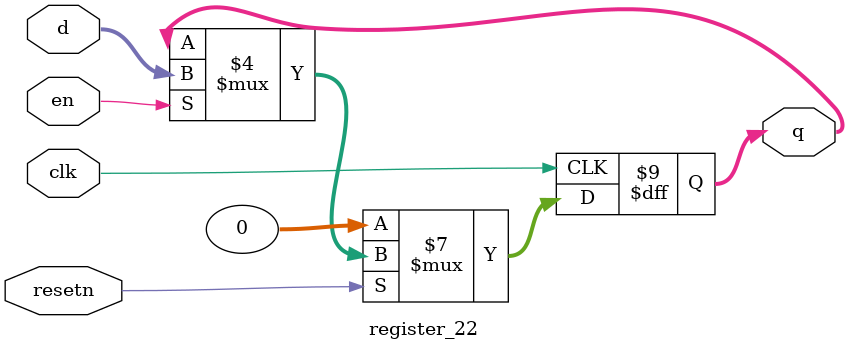
<source format=v>
module register_22(d,clk,resetn,en,q);
input clk;
input resetn;
input en;
input [31:0] d;
output [31:0] q;
reg [31:0] q;
always @(posedge clk )		
begin
	if (resetn==0)
		q<=0;
	else if (en==1)
		q<=d;
end
endmodule
</source>
